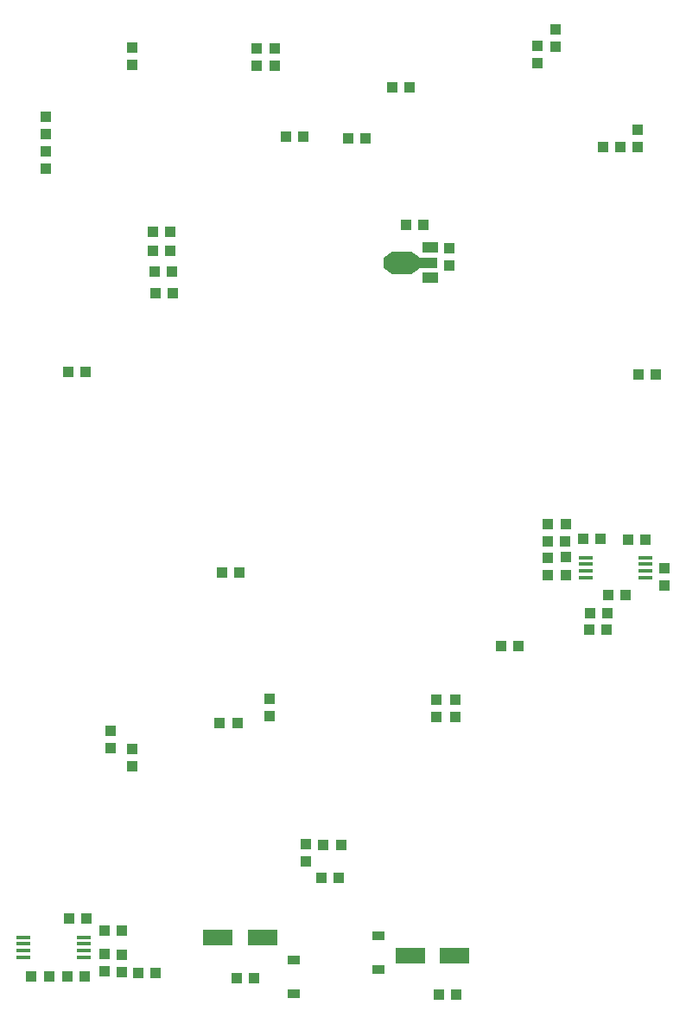
<source format=gbr>
G04 #@! TF.GenerationSoftware,KiCad,Pcbnew,7.0.1-0*
G04 #@! TF.CreationDate,2023-03-29T13:01:15-07:00*
G04 #@! TF.ProjectId,Kit-Trig-Sampler,4b69742d-5472-4696-972d-53616d706c65,rev?*
G04 #@! TF.SameCoordinates,PXb71b00PY73f50f0*
G04 #@! TF.FileFunction,Paste,Top*
G04 #@! TF.FilePolarity,Positive*
%FSLAX46Y46*%
G04 Gerber Fmt 4.6, Leading zero omitted, Abs format (unit mm)*
G04 Created by KiCad (PCBNEW 7.0.1-0) date 2023-03-29 13:01:15*
%MOMM*%
%LPD*%
G01*
G04 APERTURE LIST*
G04 Aperture macros list*
%AMOutline4P*
0 Free polygon, 4 corners , with rotation*
0 The origin of the aperture is its center*
0 number of corners: always 4*
0 $1 to $8 corner X, Y*
0 $9 Rotation angle, in degrees counterclockwise*
0 create outline with 4 corners*
4,1,4,$1,$2,$3,$4,$5,$6,$7,$8,$1,$2,$9*%
G04 Aperture macros list end*
%ADD10R,1.000000X1.000000*%
%ADD11R,1.200000X0.900000*%
%ADD12R,3.000000X1.600000*%
%ADD13R,1.450000X0.450000*%
%ADD14R,1.500000X1.000000*%
%ADD15R,1.800000X1.000000*%
%ADD16Outline4P,-1.100000X-0.500000X1.100000X-0.500000X0.400000X0.500000X-0.400000X0.500000X270.000000*%
%ADD17R,1.840000X2.200000*%
%ADD18Outline4P,-1.100000X-0.425000X1.100000X-0.425000X0.500000X0.425000X-0.500000X0.425000X90.000000*%
G04 APERTURE END LIST*
D10*
G04 #@! TO.C,C7*
X49060000Y10330000D03*
X50760000Y10330000D03*
G04 #@! TD*
G04 #@! TO.C,C17*
X31200000Y101210000D03*
X31200000Y102910000D03*
G04 #@! TD*
G04 #@! TO.C,R26*
X33000000Y102910000D03*
X33000000Y101210000D03*
G04 #@! TD*
G04 #@! TO.C,R2*
X50710000Y39230000D03*
X50710000Y37530000D03*
G04 #@! TD*
G04 #@! TO.C,R37*
X59760000Y54710000D03*
X61460000Y54710000D03*
G04 #@! TD*
D11*
G04 #@! TO.C,D2*
X34870000Y10420000D03*
X34870000Y13720000D03*
G04 #@! TD*
D10*
G04 #@! TO.C,R33*
X36050000Y23370000D03*
X36050000Y25070000D03*
G04 #@! TD*
G04 #@! TO.C,R16*
X68600000Y93260000D03*
X68600000Y94960000D03*
G04 #@! TD*
G04 #@! TO.C,C1*
X68620000Y71040000D03*
X70320000Y71040000D03*
G04 #@! TD*
D12*
G04 #@! TO.C,C4*
X46260000Y14130000D03*
X50660000Y14130000D03*
G04 #@! TD*
D10*
G04 #@! TO.C,R5*
X48870000Y39200000D03*
X48870000Y37500000D03*
G04 #@! TD*
G04 #@! TO.C,R14*
X16310000Y14290000D03*
X16310000Y12590000D03*
G04 #@! TD*
G04 #@! TO.C,R25*
X60490000Y104840000D03*
X60490000Y103140000D03*
G04 #@! TD*
G04 #@! TO.C,C15*
X14590000Y17740000D03*
X12890000Y17740000D03*
G04 #@! TD*
G04 #@! TO.C,C19*
X50110000Y81720000D03*
X50110000Y83420000D03*
G04 #@! TD*
G04 #@! TO.C,C20*
X45840000Y85680000D03*
X47540000Y85680000D03*
G04 #@! TD*
D11*
G04 #@! TO.C,D1*
X43160000Y16100000D03*
X43160000Y12800000D03*
G04 #@! TD*
D10*
G04 #@! TO.C,C13*
X69350000Y54880000D03*
X67650000Y54880000D03*
G04 #@! TD*
G04 #@! TO.C,R23*
X44510000Y99160000D03*
X46210000Y99160000D03*
G04 #@! TD*
G04 #@! TO.C,C9*
X27850000Y51610000D03*
X29550000Y51610000D03*
G04 #@! TD*
G04 #@! TO.C,R17*
X37570000Y21730000D03*
X39270000Y21730000D03*
G04 #@! TD*
D13*
G04 #@! TO.C,U1*
X69350000Y51155000D03*
X69350000Y51805000D03*
X69350000Y52455000D03*
X69350000Y53105000D03*
X63450000Y53105000D03*
X63450000Y52455000D03*
X63450000Y51805000D03*
X63450000Y51155000D03*
G04 #@! TD*
D10*
G04 #@! TO.C,R30*
X21080000Y83140000D03*
X22780000Y83140000D03*
G04 #@! TD*
G04 #@! TO.C,R21*
X10600000Y94580000D03*
X10600000Y96280000D03*
G04 #@! TD*
G04 #@! TO.C,R4*
X16880000Y36160000D03*
X16880000Y34460000D03*
G04 #@! TD*
G04 #@! TO.C,R28*
X21090000Y84970000D03*
X22790000Y84970000D03*
G04 #@! TD*
G04 #@! TO.C,R40*
X65150000Y93320000D03*
X66850000Y93320000D03*
G04 #@! TD*
G04 #@! TO.C,R1*
X71220000Y50390000D03*
X71220000Y52090000D03*
G04 #@! TD*
G04 #@! TO.C,R41*
X10610000Y91170000D03*
X10610000Y92870000D03*
G04 #@! TD*
G04 #@! TO.C,R12*
X17990000Y16580000D03*
X16290000Y16580000D03*
G04 #@! TD*
G04 #@! TO.C,C8*
X30960000Y11900000D03*
X29260000Y11900000D03*
G04 #@! TD*
G04 #@! TO.C,R27*
X19030000Y103000000D03*
X19030000Y101300000D03*
G04 #@! TD*
G04 #@! TO.C,C6*
X63820000Y46070000D03*
X65520000Y46070000D03*
G04 #@! TD*
G04 #@! TO.C,R6*
X27630000Y36880000D03*
X29330000Y36880000D03*
G04 #@! TD*
G04 #@! TO.C,R9*
X59790000Y51360000D03*
X59790000Y53060000D03*
G04 #@! TD*
G04 #@! TO.C,R32*
X21210000Y81110000D03*
X22910000Y81110000D03*
G04 #@! TD*
G04 #@! TO.C,C2*
X12770000Y71290000D03*
X14470000Y71290000D03*
G04 #@! TD*
G04 #@! TO.C,R13*
X12710000Y12100000D03*
X14410000Y12100000D03*
G04 #@! TD*
G04 #@! TO.C,R19*
X34110000Y94320000D03*
X35810000Y94320000D03*
G04 #@! TD*
D12*
G04 #@! TO.C,C5*
X27460000Y15900000D03*
X31860000Y15900000D03*
G04 #@! TD*
D10*
G04 #@! TO.C,C14*
X9170000Y12130000D03*
X10870000Y12130000D03*
G04 #@! TD*
G04 #@! TO.C,R34*
X39490000Y24980000D03*
X37790000Y24980000D03*
G04 #@! TD*
G04 #@! TO.C,R31*
X21300000Y78960000D03*
X23000000Y78960000D03*
G04 #@! TD*
D13*
G04 #@! TO.C,U2*
X14310000Y13985000D03*
X14310000Y14635000D03*
X14310000Y15285000D03*
X14310000Y15935000D03*
X8410000Y15935000D03*
X8410000Y15285000D03*
X8410000Y14635000D03*
X8410000Y13985000D03*
G04 #@! TD*
D10*
G04 #@! TO.C,R7*
X19010000Y32660000D03*
X19010000Y34360000D03*
G04 #@! TD*
D14*
G04 #@! TO.C,U3*
X48260000Y80480000D03*
D15*
X48113500Y81980000D03*
D16*
X46856200Y81980000D03*
D17*
X45446500Y81980000D03*
D18*
X44113000Y81980000D03*
D14*
X48260000Y83480000D03*
G04 #@! TD*
D10*
G04 #@! TO.C,C12*
X64940000Y54950000D03*
X63240000Y54950000D03*
G04 #@! TD*
G04 #@! TO.C,C16*
X58740000Y103210000D03*
X58740000Y101510000D03*
G04 #@! TD*
G04 #@! TO.C,R11*
X61500000Y56380000D03*
X59800000Y56380000D03*
G04 #@! TD*
G04 #@! TO.C,R10*
X63870000Y47690000D03*
X65570000Y47690000D03*
G04 #@! TD*
G04 #@! TO.C,R15*
X19640000Y12470000D03*
X21340000Y12470000D03*
G04 #@! TD*
G04 #@! TO.C,C11*
X17980000Y14230000D03*
X17980000Y12530000D03*
G04 #@! TD*
G04 #@! TO.C,R18*
X41890000Y94110000D03*
X40190000Y94110000D03*
G04 #@! TD*
G04 #@! TO.C,R8*
X67380000Y49400000D03*
X65680000Y49400000D03*
G04 #@! TD*
G04 #@! TO.C,C3*
X61570000Y51420000D03*
X61570000Y53120000D03*
G04 #@! TD*
G04 #@! TO.C,R3*
X32530000Y39270000D03*
X32530000Y37570000D03*
G04 #@! TD*
G04 #@! TO.C,C10*
X55180000Y44410000D03*
X56880000Y44410000D03*
G04 #@! TD*
M02*

</source>
